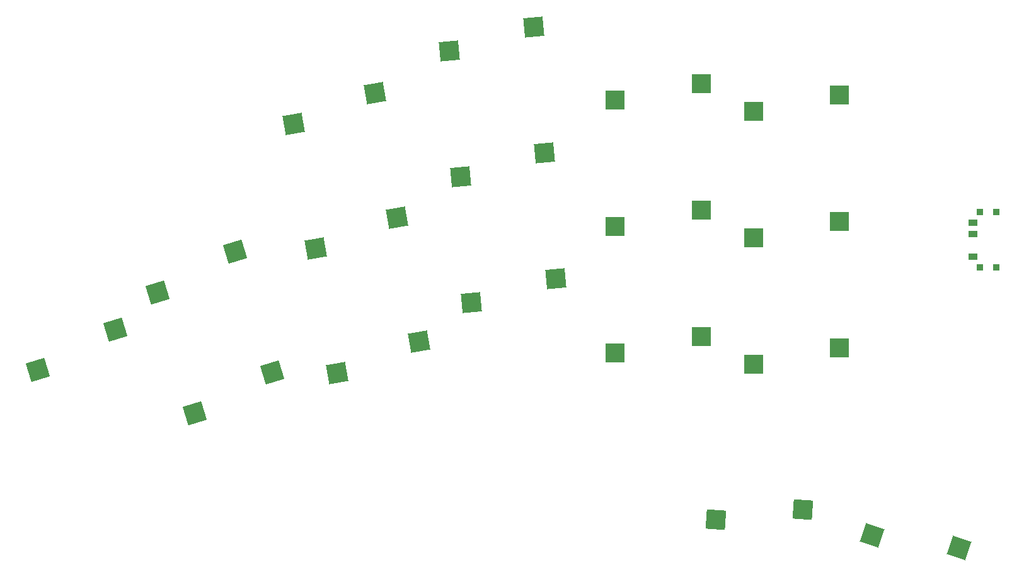
<source format=gtp>
%TF.GenerationSoftware,KiCad,Pcbnew,(6.0.4)*%
%TF.CreationDate,2022-05-26T06:06:50+02:00*%
%TF.ProjectId,batta,62617474-612e-46b6-9963-61645f706362,v1.0.0*%
%TF.SameCoordinates,Original*%
%TF.FileFunction,Paste,Top*%
%TF.FilePolarity,Positive*%
%FSLAX46Y46*%
G04 Gerber Fmt 4.6, Leading zero omitted, Abs format (unit mm)*
G04 Created by KiCad (PCBNEW (6.0.4)) date 2022-05-26 06:06:50*
%MOMM*%
%LPD*%
G01*
G04 APERTURE LIST*
G04 Aperture macros list*
%AMRotRect*
0 Rectangle, with rotation*
0 The origin of the aperture is its center*
0 $1 length*
0 $2 width*
0 $3 Rotation angle, in degrees counterclockwise*
0 Add horizontal line*
21,1,$1,$2,0,0,$3*%
G04 Aperture macros list end*
%ADD10RotRect,2.600000X2.600000X17.000000*%
%ADD11R,2.600000X2.600000*%
%ADD12RotRect,2.600000X2.600000X10.000000*%
%ADD13RotRect,2.600000X2.600000X5.000000*%
%ADD14RotRect,2.600000X2.600000X356.000000*%
%ADD15RotRect,2.600000X2.600000X341.000000*%
%ADD16R,0.900000X0.900000*%
%ADD17R,1.250000X0.900000*%
G04 APERTURE END LIST*
D10*
%TO.C,S1*%
X29589800Y74088512D03*
X39991903Y79569274D03*
%TD*%
D11*
%TO.C,S27*%
X137259999Y94127999D03*
X125709999Y91928000D03*
%TD*%
D10*
%TO.C,S5*%
X45653189Y84532964D03*
X56055292Y90013726D03*
%TD*%
D11*
%TO.C,S23*%
X118686086Y112636016D03*
X107136086Y110436017D03*
%TD*%
D12*
%TO.C,S9*%
X77844495Y94639401D03*
X66851991Y90467188D03*
%TD*%
D11*
%TO.C,S21*%
X118686086Y95636016D03*
X107136086Y93436017D03*
%TD*%
D10*
%TO.C,S3*%
X50623508Y68275783D03*
X61025611Y73756545D03*
%TD*%
D12*
%TO.C,S7*%
X80796514Y77897669D03*
X69804010Y73725456D03*
%TD*%
D13*
%TO.C,S13*%
X99130741Y86391649D03*
X87816435Y83193373D03*
%TD*%
%TO.C,S15*%
X97649093Y103326959D03*
X86334787Y100128683D03*
%TD*%
%TO.C,S17*%
X96167446Y120262269D03*
X84853140Y117063993D03*
%TD*%
D11*
%TO.C,S19*%
X118686086Y78636016D03*
X107136086Y76436017D03*
%TD*%
%TO.C,S25*%
X137259999Y77127999D03*
X125709999Y74928000D03*
%TD*%
D12*
%TO.C,S11*%
X74892476Y111381133D03*
X63899972Y107208920D03*
%TD*%
D11*
%TO.C,S29*%
X137259999Y111127999D03*
X125709999Y108928000D03*
%TD*%
D14*
%TO.C,S31*%
X132303162Y55355504D03*
X120627833Y53966551D03*
%TD*%
D15*
%TO.C,S33*%
X153316936Y50207741D03*
X141679946Y51887913D03*
%TD*%
D16*
%TO.C,T1*%
X156169000Y87958000D03*
X158369000Y95358000D03*
X158369000Y87958000D03*
X156169000Y95358000D03*
D17*
X155194000Y89408000D03*
X155194000Y92408000D03*
X155194000Y93908000D03*
%TD*%
M02*

</source>
